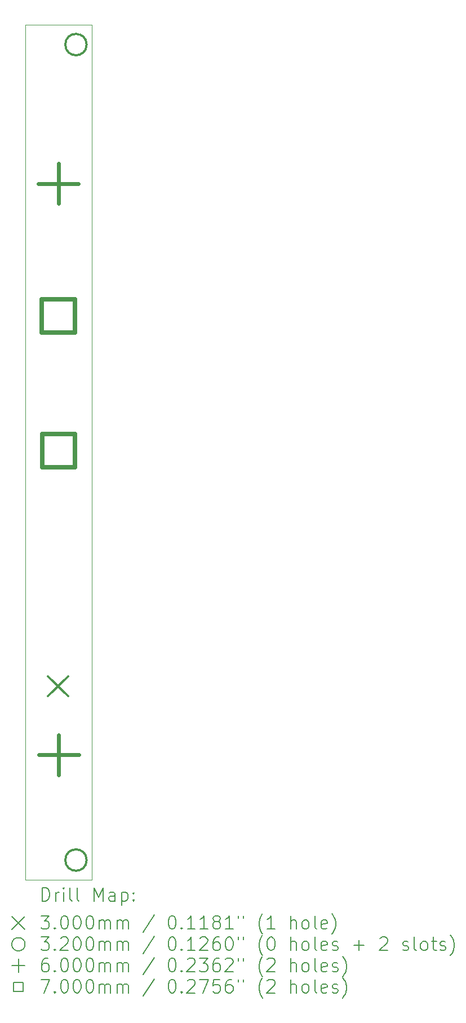
<source format=gbr>
%TF.GenerationSoftware,KiCad,Pcbnew,6.0.11+dfsg-1~bpo11+1*%
%TF.CreationDate,2023-03-01T10:40:06+08:00*%
%TF.ProjectId,MiniLFO v1.0 - Front,4d696e69-4c46-44f2-9076-312e30202d20,rev?*%
%TF.SameCoordinates,Original*%
%TF.FileFunction,Drillmap*%
%TF.FilePolarity,Positive*%
%FSLAX45Y45*%
G04 Gerber Fmt 4.5, Leading zero omitted, Abs format (unit mm)*
G04 Created by KiCad (PCBNEW 6.0.11+dfsg-1~bpo11+1) date 2023-03-01 10:40:06*
%MOMM*%
%LPD*%
G01*
G04 APERTURE LIST*
%ADD10C,0.100000*%
%ADD11C,0.200000*%
%ADD12C,0.300000*%
%ADD13C,0.320000*%
%ADD14C,0.600000*%
%ADD15C,0.700000*%
G04 APERTURE END LIST*
D10*
X14900000Y-4700000D02*
X13900000Y-4700000D01*
X14900000Y-17550000D02*
X14900000Y-4700000D01*
X13900000Y-17550000D02*
X14900000Y-17550000D01*
X13900000Y-4700000D02*
X13900000Y-17550000D01*
D11*
D12*
X14240000Y-14490000D02*
X14540000Y-14790000D01*
X14540000Y-14490000D02*
X14240000Y-14790000D01*
D13*
X14820000Y-5000000D02*
G75*
G03*
X14820000Y-5000000I-160000J0D01*
G01*
D11*
X14500000Y-5000000D02*
X14500000Y-5000000D01*
X14820000Y-5000000D02*
X14820000Y-5000000D01*
X14500000Y-5000000D02*
G75*
G03*
X14820000Y-5000000I160000J0D01*
G01*
X14820000Y-5000000D02*
G75*
G03*
X14500000Y-5000000I-160000J0D01*
G01*
D13*
X14820000Y-17250000D02*
G75*
G03*
X14820000Y-17250000I-160000J0D01*
G01*
D11*
X14500000Y-17250000D02*
X14500000Y-17250000D01*
X14820000Y-17250000D02*
X14820000Y-17250000D01*
X14500000Y-17250000D02*
G75*
G03*
X14820000Y-17250000I160000J0D01*
G01*
X14820000Y-17250000D02*
G75*
G03*
X14500000Y-17250000I-160000J0D01*
G01*
D14*
X14395000Y-6790000D02*
X14395000Y-7390000D01*
X14095000Y-7090000D02*
X14695000Y-7090000D01*
X14400000Y-15370000D02*
X14400000Y-15970000D01*
X14100000Y-15670000D02*
X14700000Y-15670000D01*
D15*
X14642490Y-9322490D02*
X14642490Y-8827510D01*
X14147510Y-8827510D01*
X14147510Y-9322490D01*
X14642490Y-9322490D01*
X14647490Y-11347490D02*
X14647490Y-10852510D01*
X14152510Y-10852510D01*
X14152510Y-11347490D01*
X14647490Y-11347490D01*
D11*
X14152619Y-17865476D02*
X14152619Y-17665476D01*
X14200238Y-17665476D01*
X14228809Y-17675000D01*
X14247857Y-17694048D01*
X14257381Y-17713095D01*
X14266905Y-17751190D01*
X14266905Y-17779762D01*
X14257381Y-17817857D01*
X14247857Y-17836905D01*
X14228809Y-17855952D01*
X14200238Y-17865476D01*
X14152619Y-17865476D01*
X14352619Y-17865476D02*
X14352619Y-17732143D01*
X14352619Y-17770238D02*
X14362143Y-17751190D01*
X14371667Y-17741667D01*
X14390714Y-17732143D01*
X14409762Y-17732143D01*
X14476428Y-17865476D02*
X14476428Y-17732143D01*
X14476428Y-17665476D02*
X14466905Y-17675000D01*
X14476428Y-17684524D01*
X14485952Y-17675000D01*
X14476428Y-17665476D01*
X14476428Y-17684524D01*
X14600238Y-17865476D02*
X14581190Y-17855952D01*
X14571667Y-17836905D01*
X14571667Y-17665476D01*
X14705000Y-17865476D02*
X14685952Y-17855952D01*
X14676428Y-17836905D01*
X14676428Y-17665476D01*
X14933571Y-17865476D02*
X14933571Y-17665476D01*
X15000238Y-17808333D01*
X15066905Y-17665476D01*
X15066905Y-17865476D01*
X15247857Y-17865476D02*
X15247857Y-17760714D01*
X15238333Y-17741667D01*
X15219286Y-17732143D01*
X15181190Y-17732143D01*
X15162143Y-17741667D01*
X15247857Y-17855952D02*
X15228809Y-17865476D01*
X15181190Y-17865476D01*
X15162143Y-17855952D01*
X15152619Y-17836905D01*
X15152619Y-17817857D01*
X15162143Y-17798810D01*
X15181190Y-17789286D01*
X15228809Y-17789286D01*
X15247857Y-17779762D01*
X15343095Y-17732143D02*
X15343095Y-17932143D01*
X15343095Y-17741667D02*
X15362143Y-17732143D01*
X15400238Y-17732143D01*
X15419286Y-17741667D01*
X15428809Y-17751190D01*
X15438333Y-17770238D01*
X15438333Y-17827381D01*
X15428809Y-17846429D01*
X15419286Y-17855952D01*
X15400238Y-17865476D01*
X15362143Y-17865476D01*
X15343095Y-17855952D01*
X15524048Y-17846429D02*
X15533571Y-17855952D01*
X15524048Y-17865476D01*
X15514524Y-17855952D01*
X15524048Y-17846429D01*
X15524048Y-17865476D01*
X15524048Y-17741667D02*
X15533571Y-17751190D01*
X15524048Y-17760714D01*
X15514524Y-17751190D01*
X15524048Y-17741667D01*
X15524048Y-17760714D01*
X13695000Y-18095000D02*
X13895000Y-18295000D01*
X13895000Y-18095000D02*
X13695000Y-18295000D01*
X14133571Y-18085476D02*
X14257381Y-18085476D01*
X14190714Y-18161667D01*
X14219286Y-18161667D01*
X14238333Y-18171190D01*
X14247857Y-18180714D01*
X14257381Y-18199762D01*
X14257381Y-18247381D01*
X14247857Y-18266429D01*
X14238333Y-18275952D01*
X14219286Y-18285476D01*
X14162143Y-18285476D01*
X14143095Y-18275952D01*
X14133571Y-18266429D01*
X14343095Y-18266429D02*
X14352619Y-18275952D01*
X14343095Y-18285476D01*
X14333571Y-18275952D01*
X14343095Y-18266429D01*
X14343095Y-18285476D01*
X14476428Y-18085476D02*
X14495476Y-18085476D01*
X14514524Y-18095000D01*
X14524048Y-18104524D01*
X14533571Y-18123571D01*
X14543095Y-18161667D01*
X14543095Y-18209286D01*
X14533571Y-18247381D01*
X14524048Y-18266429D01*
X14514524Y-18275952D01*
X14495476Y-18285476D01*
X14476428Y-18285476D01*
X14457381Y-18275952D01*
X14447857Y-18266429D01*
X14438333Y-18247381D01*
X14428809Y-18209286D01*
X14428809Y-18161667D01*
X14438333Y-18123571D01*
X14447857Y-18104524D01*
X14457381Y-18095000D01*
X14476428Y-18085476D01*
X14666905Y-18085476D02*
X14685952Y-18085476D01*
X14705000Y-18095000D01*
X14714524Y-18104524D01*
X14724048Y-18123571D01*
X14733571Y-18161667D01*
X14733571Y-18209286D01*
X14724048Y-18247381D01*
X14714524Y-18266429D01*
X14705000Y-18275952D01*
X14685952Y-18285476D01*
X14666905Y-18285476D01*
X14647857Y-18275952D01*
X14638333Y-18266429D01*
X14628809Y-18247381D01*
X14619286Y-18209286D01*
X14619286Y-18161667D01*
X14628809Y-18123571D01*
X14638333Y-18104524D01*
X14647857Y-18095000D01*
X14666905Y-18085476D01*
X14857381Y-18085476D02*
X14876428Y-18085476D01*
X14895476Y-18095000D01*
X14905000Y-18104524D01*
X14914524Y-18123571D01*
X14924048Y-18161667D01*
X14924048Y-18209286D01*
X14914524Y-18247381D01*
X14905000Y-18266429D01*
X14895476Y-18275952D01*
X14876428Y-18285476D01*
X14857381Y-18285476D01*
X14838333Y-18275952D01*
X14828809Y-18266429D01*
X14819286Y-18247381D01*
X14809762Y-18209286D01*
X14809762Y-18161667D01*
X14819286Y-18123571D01*
X14828809Y-18104524D01*
X14838333Y-18095000D01*
X14857381Y-18085476D01*
X15009762Y-18285476D02*
X15009762Y-18152143D01*
X15009762Y-18171190D02*
X15019286Y-18161667D01*
X15038333Y-18152143D01*
X15066905Y-18152143D01*
X15085952Y-18161667D01*
X15095476Y-18180714D01*
X15095476Y-18285476D01*
X15095476Y-18180714D02*
X15105000Y-18161667D01*
X15124048Y-18152143D01*
X15152619Y-18152143D01*
X15171667Y-18161667D01*
X15181190Y-18180714D01*
X15181190Y-18285476D01*
X15276428Y-18285476D02*
X15276428Y-18152143D01*
X15276428Y-18171190D02*
X15285952Y-18161667D01*
X15305000Y-18152143D01*
X15333571Y-18152143D01*
X15352619Y-18161667D01*
X15362143Y-18180714D01*
X15362143Y-18285476D01*
X15362143Y-18180714D02*
X15371667Y-18161667D01*
X15390714Y-18152143D01*
X15419286Y-18152143D01*
X15438333Y-18161667D01*
X15447857Y-18180714D01*
X15447857Y-18285476D01*
X15838333Y-18075952D02*
X15666905Y-18333095D01*
X16095476Y-18085476D02*
X16114524Y-18085476D01*
X16133571Y-18095000D01*
X16143095Y-18104524D01*
X16152619Y-18123571D01*
X16162143Y-18161667D01*
X16162143Y-18209286D01*
X16152619Y-18247381D01*
X16143095Y-18266429D01*
X16133571Y-18275952D01*
X16114524Y-18285476D01*
X16095476Y-18285476D01*
X16076428Y-18275952D01*
X16066905Y-18266429D01*
X16057381Y-18247381D01*
X16047857Y-18209286D01*
X16047857Y-18161667D01*
X16057381Y-18123571D01*
X16066905Y-18104524D01*
X16076428Y-18095000D01*
X16095476Y-18085476D01*
X16247857Y-18266429D02*
X16257381Y-18275952D01*
X16247857Y-18285476D01*
X16238333Y-18275952D01*
X16247857Y-18266429D01*
X16247857Y-18285476D01*
X16447857Y-18285476D02*
X16333571Y-18285476D01*
X16390714Y-18285476D02*
X16390714Y-18085476D01*
X16371667Y-18114048D01*
X16352619Y-18133095D01*
X16333571Y-18142619D01*
X16638333Y-18285476D02*
X16524048Y-18285476D01*
X16581190Y-18285476D02*
X16581190Y-18085476D01*
X16562143Y-18114048D01*
X16543095Y-18133095D01*
X16524048Y-18142619D01*
X16752619Y-18171190D02*
X16733571Y-18161667D01*
X16724048Y-18152143D01*
X16714524Y-18133095D01*
X16714524Y-18123571D01*
X16724048Y-18104524D01*
X16733571Y-18095000D01*
X16752619Y-18085476D01*
X16790714Y-18085476D01*
X16809762Y-18095000D01*
X16819286Y-18104524D01*
X16828810Y-18123571D01*
X16828810Y-18133095D01*
X16819286Y-18152143D01*
X16809762Y-18161667D01*
X16790714Y-18171190D01*
X16752619Y-18171190D01*
X16733571Y-18180714D01*
X16724048Y-18190238D01*
X16714524Y-18209286D01*
X16714524Y-18247381D01*
X16724048Y-18266429D01*
X16733571Y-18275952D01*
X16752619Y-18285476D01*
X16790714Y-18285476D01*
X16809762Y-18275952D01*
X16819286Y-18266429D01*
X16828810Y-18247381D01*
X16828810Y-18209286D01*
X16819286Y-18190238D01*
X16809762Y-18180714D01*
X16790714Y-18171190D01*
X17019286Y-18285476D02*
X16905000Y-18285476D01*
X16962143Y-18285476D02*
X16962143Y-18085476D01*
X16943095Y-18114048D01*
X16924048Y-18133095D01*
X16905000Y-18142619D01*
X17095476Y-18085476D02*
X17095476Y-18123571D01*
X17171667Y-18085476D02*
X17171667Y-18123571D01*
X17466905Y-18361667D02*
X17457381Y-18352143D01*
X17438333Y-18323571D01*
X17428810Y-18304524D01*
X17419286Y-18275952D01*
X17409762Y-18228333D01*
X17409762Y-18190238D01*
X17419286Y-18142619D01*
X17428810Y-18114048D01*
X17438333Y-18095000D01*
X17457381Y-18066429D01*
X17466905Y-18056905D01*
X17647857Y-18285476D02*
X17533571Y-18285476D01*
X17590714Y-18285476D02*
X17590714Y-18085476D01*
X17571667Y-18114048D01*
X17552619Y-18133095D01*
X17533571Y-18142619D01*
X17885952Y-18285476D02*
X17885952Y-18085476D01*
X17971667Y-18285476D02*
X17971667Y-18180714D01*
X17962143Y-18161667D01*
X17943095Y-18152143D01*
X17914524Y-18152143D01*
X17895476Y-18161667D01*
X17885952Y-18171190D01*
X18095476Y-18285476D02*
X18076429Y-18275952D01*
X18066905Y-18266429D01*
X18057381Y-18247381D01*
X18057381Y-18190238D01*
X18066905Y-18171190D01*
X18076429Y-18161667D01*
X18095476Y-18152143D01*
X18124048Y-18152143D01*
X18143095Y-18161667D01*
X18152619Y-18171190D01*
X18162143Y-18190238D01*
X18162143Y-18247381D01*
X18152619Y-18266429D01*
X18143095Y-18275952D01*
X18124048Y-18285476D01*
X18095476Y-18285476D01*
X18276429Y-18285476D02*
X18257381Y-18275952D01*
X18247857Y-18256905D01*
X18247857Y-18085476D01*
X18428810Y-18275952D02*
X18409762Y-18285476D01*
X18371667Y-18285476D01*
X18352619Y-18275952D01*
X18343095Y-18256905D01*
X18343095Y-18180714D01*
X18352619Y-18161667D01*
X18371667Y-18152143D01*
X18409762Y-18152143D01*
X18428810Y-18161667D01*
X18438333Y-18180714D01*
X18438333Y-18199762D01*
X18343095Y-18218810D01*
X18505000Y-18361667D02*
X18514524Y-18352143D01*
X18533571Y-18323571D01*
X18543095Y-18304524D01*
X18552619Y-18275952D01*
X18562143Y-18228333D01*
X18562143Y-18190238D01*
X18552619Y-18142619D01*
X18543095Y-18114048D01*
X18533571Y-18095000D01*
X18514524Y-18066429D01*
X18505000Y-18056905D01*
X13895000Y-18515000D02*
G75*
G03*
X13895000Y-18515000I-100000J0D01*
G01*
X14133571Y-18405476D02*
X14257381Y-18405476D01*
X14190714Y-18481667D01*
X14219286Y-18481667D01*
X14238333Y-18491190D01*
X14247857Y-18500714D01*
X14257381Y-18519762D01*
X14257381Y-18567381D01*
X14247857Y-18586429D01*
X14238333Y-18595952D01*
X14219286Y-18605476D01*
X14162143Y-18605476D01*
X14143095Y-18595952D01*
X14133571Y-18586429D01*
X14343095Y-18586429D02*
X14352619Y-18595952D01*
X14343095Y-18605476D01*
X14333571Y-18595952D01*
X14343095Y-18586429D01*
X14343095Y-18605476D01*
X14428809Y-18424524D02*
X14438333Y-18415000D01*
X14457381Y-18405476D01*
X14505000Y-18405476D01*
X14524048Y-18415000D01*
X14533571Y-18424524D01*
X14543095Y-18443571D01*
X14543095Y-18462619D01*
X14533571Y-18491190D01*
X14419286Y-18605476D01*
X14543095Y-18605476D01*
X14666905Y-18405476D02*
X14685952Y-18405476D01*
X14705000Y-18415000D01*
X14714524Y-18424524D01*
X14724048Y-18443571D01*
X14733571Y-18481667D01*
X14733571Y-18529286D01*
X14724048Y-18567381D01*
X14714524Y-18586429D01*
X14705000Y-18595952D01*
X14685952Y-18605476D01*
X14666905Y-18605476D01*
X14647857Y-18595952D01*
X14638333Y-18586429D01*
X14628809Y-18567381D01*
X14619286Y-18529286D01*
X14619286Y-18481667D01*
X14628809Y-18443571D01*
X14638333Y-18424524D01*
X14647857Y-18415000D01*
X14666905Y-18405476D01*
X14857381Y-18405476D02*
X14876428Y-18405476D01*
X14895476Y-18415000D01*
X14905000Y-18424524D01*
X14914524Y-18443571D01*
X14924048Y-18481667D01*
X14924048Y-18529286D01*
X14914524Y-18567381D01*
X14905000Y-18586429D01*
X14895476Y-18595952D01*
X14876428Y-18605476D01*
X14857381Y-18605476D01*
X14838333Y-18595952D01*
X14828809Y-18586429D01*
X14819286Y-18567381D01*
X14809762Y-18529286D01*
X14809762Y-18481667D01*
X14819286Y-18443571D01*
X14828809Y-18424524D01*
X14838333Y-18415000D01*
X14857381Y-18405476D01*
X15009762Y-18605476D02*
X15009762Y-18472143D01*
X15009762Y-18491190D02*
X15019286Y-18481667D01*
X15038333Y-18472143D01*
X15066905Y-18472143D01*
X15085952Y-18481667D01*
X15095476Y-18500714D01*
X15095476Y-18605476D01*
X15095476Y-18500714D02*
X15105000Y-18481667D01*
X15124048Y-18472143D01*
X15152619Y-18472143D01*
X15171667Y-18481667D01*
X15181190Y-18500714D01*
X15181190Y-18605476D01*
X15276428Y-18605476D02*
X15276428Y-18472143D01*
X15276428Y-18491190D02*
X15285952Y-18481667D01*
X15305000Y-18472143D01*
X15333571Y-18472143D01*
X15352619Y-18481667D01*
X15362143Y-18500714D01*
X15362143Y-18605476D01*
X15362143Y-18500714D02*
X15371667Y-18481667D01*
X15390714Y-18472143D01*
X15419286Y-18472143D01*
X15438333Y-18481667D01*
X15447857Y-18500714D01*
X15447857Y-18605476D01*
X15838333Y-18395952D02*
X15666905Y-18653095D01*
X16095476Y-18405476D02*
X16114524Y-18405476D01*
X16133571Y-18415000D01*
X16143095Y-18424524D01*
X16152619Y-18443571D01*
X16162143Y-18481667D01*
X16162143Y-18529286D01*
X16152619Y-18567381D01*
X16143095Y-18586429D01*
X16133571Y-18595952D01*
X16114524Y-18605476D01*
X16095476Y-18605476D01*
X16076428Y-18595952D01*
X16066905Y-18586429D01*
X16057381Y-18567381D01*
X16047857Y-18529286D01*
X16047857Y-18481667D01*
X16057381Y-18443571D01*
X16066905Y-18424524D01*
X16076428Y-18415000D01*
X16095476Y-18405476D01*
X16247857Y-18586429D02*
X16257381Y-18595952D01*
X16247857Y-18605476D01*
X16238333Y-18595952D01*
X16247857Y-18586429D01*
X16247857Y-18605476D01*
X16447857Y-18605476D02*
X16333571Y-18605476D01*
X16390714Y-18605476D02*
X16390714Y-18405476D01*
X16371667Y-18434048D01*
X16352619Y-18453095D01*
X16333571Y-18462619D01*
X16524048Y-18424524D02*
X16533571Y-18415000D01*
X16552619Y-18405476D01*
X16600238Y-18405476D01*
X16619286Y-18415000D01*
X16628809Y-18424524D01*
X16638333Y-18443571D01*
X16638333Y-18462619D01*
X16628809Y-18491190D01*
X16514524Y-18605476D01*
X16638333Y-18605476D01*
X16809762Y-18405476D02*
X16771667Y-18405476D01*
X16752619Y-18415000D01*
X16743095Y-18424524D01*
X16724048Y-18453095D01*
X16714524Y-18491190D01*
X16714524Y-18567381D01*
X16724048Y-18586429D01*
X16733571Y-18595952D01*
X16752619Y-18605476D01*
X16790714Y-18605476D01*
X16809762Y-18595952D01*
X16819286Y-18586429D01*
X16828810Y-18567381D01*
X16828810Y-18519762D01*
X16819286Y-18500714D01*
X16809762Y-18491190D01*
X16790714Y-18481667D01*
X16752619Y-18481667D01*
X16733571Y-18491190D01*
X16724048Y-18500714D01*
X16714524Y-18519762D01*
X16952619Y-18405476D02*
X16971667Y-18405476D01*
X16990714Y-18415000D01*
X17000238Y-18424524D01*
X17009762Y-18443571D01*
X17019286Y-18481667D01*
X17019286Y-18529286D01*
X17009762Y-18567381D01*
X17000238Y-18586429D01*
X16990714Y-18595952D01*
X16971667Y-18605476D01*
X16952619Y-18605476D01*
X16933571Y-18595952D01*
X16924048Y-18586429D01*
X16914524Y-18567381D01*
X16905000Y-18529286D01*
X16905000Y-18481667D01*
X16914524Y-18443571D01*
X16924048Y-18424524D01*
X16933571Y-18415000D01*
X16952619Y-18405476D01*
X17095476Y-18405476D02*
X17095476Y-18443571D01*
X17171667Y-18405476D02*
X17171667Y-18443571D01*
X17466905Y-18681667D02*
X17457381Y-18672143D01*
X17438333Y-18643571D01*
X17428810Y-18624524D01*
X17419286Y-18595952D01*
X17409762Y-18548333D01*
X17409762Y-18510238D01*
X17419286Y-18462619D01*
X17428810Y-18434048D01*
X17438333Y-18415000D01*
X17457381Y-18386429D01*
X17466905Y-18376905D01*
X17581190Y-18405476D02*
X17600238Y-18405476D01*
X17619286Y-18415000D01*
X17628810Y-18424524D01*
X17638333Y-18443571D01*
X17647857Y-18481667D01*
X17647857Y-18529286D01*
X17638333Y-18567381D01*
X17628810Y-18586429D01*
X17619286Y-18595952D01*
X17600238Y-18605476D01*
X17581190Y-18605476D01*
X17562143Y-18595952D01*
X17552619Y-18586429D01*
X17543095Y-18567381D01*
X17533571Y-18529286D01*
X17533571Y-18481667D01*
X17543095Y-18443571D01*
X17552619Y-18424524D01*
X17562143Y-18415000D01*
X17581190Y-18405476D01*
X17885952Y-18605476D02*
X17885952Y-18405476D01*
X17971667Y-18605476D02*
X17971667Y-18500714D01*
X17962143Y-18481667D01*
X17943095Y-18472143D01*
X17914524Y-18472143D01*
X17895476Y-18481667D01*
X17885952Y-18491190D01*
X18095476Y-18605476D02*
X18076429Y-18595952D01*
X18066905Y-18586429D01*
X18057381Y-18567381D01*
X18057381Y-18510238D01*
X18066905Y-18491190D01*
X18076429Y-18481667D01*
X18095476Y-18472143D01*
X18124048Y-18472143D01*
X18143095Y-18481667D01*
X18152619Y-18491190D01*
X18162143Y-18510238D01*
X18162143Y-18567381D01*
X18152619Y-18586429D01*
X18143095Y-18595952D01*
X18124048Y-18605476D01*
X18095476Y-18605476D01*
X18276429Y-18605476D02*
X18257381Y-18595952D01*
X18247857Y-18576905D01*
X18247857Y-18405476D01*
X18428810Y-18595952D02*
X18409762Y-18605476D01*
X18371667Y-18605476D01*
X18352619Y-18595952D01*
X18343095Y-18576905D01*
X18343095Y-18500714D01*
X18352619Y-18481667D01*
X18371667Y-18472143D01*
X18409762Y-18472143D01*
X18428810Y-18481667D01*
X18438333Y-18500714D01*
X18438333Y-18519762D01*
X18343095Y-18538810D01*
X18514524Y-18595952D02*
X18533571Y-18605476D01*
X18571667Y-18605476D01*
X18590714Y-18595952D01*
X18600238Y-18576905D01*
X18600238Y-18567381D01*
X18590714Y-18548333D01*
X18571667Y-18538810D01*
X18543095Y-18538810D01*
X18524048Y-18529286D01*
X18514524Y-18510238D01*
X18514524Y-18500714D01*
X18524048Y-18481667D01*
X18543095Y-18472143D01*
X18571667Y-18472143D01*
X18590714Y-18481667D01*
X18838333Y-18529286D02*
X18990714Y-18529286D01*
X18914524Y-18605476D02*
X18914524Y-18453095D01*
X19228810Y-18424524D02*
X19238333Y-18415000D01*
X19257381Y-18405476D01*
X19305000Y-18405476D01*
X19324048Y-18415000D01*
X19333571Y-18424524D01*
X19343095Y-18443571D01*
X19343095Y-18462619D01*
X19333571Y-18491190D01*
X19219286Y-18605476D01*
X19343095Y-18605476D01*
X19571667Y-18595952D02*
X19590714Y-18605476D01*
X19628810Y-18605476D01*
X19647857Y-18595952D01*
X19657381Y-18576905D01*
X19657381Y-18567381D01*
X19647857Y-18548333D01*
X19628810Y-18538810D01*
X19600238Y-18538810D01*
X19581190Y-18529286D01*
X19571667Y-18510238D01*
X19571667Y-18500714D01*
X19581190Y-18481667D01*
X19600238Y-18472143D01*
X19628810Y-18472143D01*
X19647857Y-18481667D01*
X19771667Y-18605476D02*
X19752619Y-18595952D01*
X19743095Y-18576905D01*
X19743095Y-18405476D01*
X19876429Y-18605476D02*
X19857381Y-18595952D01*
X19847857Y-18586429D01*
X19838333Y-18567381D01*
X19838333Y-18510238D01*
X19847857Y-18491190D01*
X19857381Y-18481667D01*
X19876429Y-18472143D01*
X19905000Y-18472143D01*
X19924048Y-18481667D01*
X19933571Y-18491190D01*
X19943095Y-18510238D01*
X19943095Y-18567381D01*
X19933571Y-18586429D01*
X19924048Y-18595952D01*
X19905000Y-18605476D01*
X19876429Y-18605476D01*
X20000238Y-18472143D02*
X20076429Y-18472143D01*
X20028810Y-18405476D02*
X20028810Y-18576905D01*
X20038333Y-18595952D01*
X20057381Y-18605476D01*
X20076429Y-18605476D01*
X20133571Y-18595952D02*
X20152619Y-18605476D01*
X20190714Y-18605476D01*
X20209762Y-18595952D01*
X20219286Y-18576905D01*
X20219286Y-18567381D01*
X20209762Y-18548333D01*
X20190714Y-18538810D01*
X20162143Y-18538810D01*
X20143095Y-18529286D01*
X20133571Y-18510238D01*
X20133571Y-18500714D01*
X20143095Y-18481667D01*
X20162143Y-18472143D01*
X20190714Y-18472143D01*
X20209762Y-18481667D01*
X20285952Y-18681667D02*
X20295476Y-18672143D01*
X20314524Y-18643571D01*
X20324048Y-18624524D01*
X20333571Y-18595952D01*
X20343095Y-18548333D01*
X20343095Y-18510238D01*
X20333571Y-18462619D01*
X20324048Y-18434048D01*
X20314524Y-18415000D01*
X20295476Y-18386429D01*
X20285952Y-18376905D01*
X13795000Y-18735000D02*
X13795000Y-18935000D01*
X13695000Y-18835000D02*
X13895000Y-18835000D01*
X14238333Y-18725476D02*
X14200238Y-18725476D01*
X14181190Y-18735000D01*
X14171667Y-18744524D01*
X14152619Y-18773095D01*
X14143095Y-18811190D01*
X14143095Y-18887381D01*
X14152619Y-18906429D01*
X14162143Y-18915952D01*
X14181190Y-18925476D01*
X14219286Y-18925476D01*
X14238333Y-18915952D01*
X14247857Y-18906429D01*
X14257381Y-18887381D01*
X14257381Y-18839762D01*
X14247857Y-18820714D01*
X14238333Y-18811190D01*
X14219286Y-18801667D01*
X14181190Y-18801667D01*
X14162143Y-18811190D01*
X14152619Y-18820714D01*
X14143095Y-18839762D01*
X14343095Y-18906429D02*
X14352619Y-18915952D01*
X14343095Y-18925476D01*
X14333571Y-18915952D01*
X14343095Y-18906429D01*
X14343095Y-18925476D01*
X14476428Y-18725476D02*
X14495476Y-18725476D01*
X14514524Y-18735000D01*
X14524048Y-18744524D01*
X14533571Y-18763571D01*
X14543095Y-18801667D01*
X14543095Y-18849286D01*
X14533571Y-18887381D01*
X14524048Y-18906429D01*
X14514524Y-18915952D01*
X14495476Y-18925476D01*
X14476428Y-18925476D01*
X14457381Y-18915952D01*
X14447857Y-18906429D01*
X14438333Y-18887381D01*
X14428809Y-18849286D01*
X14428809Y-18801667D01*
X14438333Y-18763571D01*
X14447857Y-18744524D01*
X14457381Y-18735000D01*
X14476428Y-18725476D01*
X14666905Y-18725476D02*
X14685952Y-18725476D01*
X14705000Y-18735000D01*
X14714524Y-18744524D01*
X14724048Y-18763571D01*
X14733571Y-18801667D01*
X14733571Y-18849286D01*
X14724048Y-18887381D01*
X14714524Y-18906429D01*
X14705000Y-18915952D01*
X14685952Y-18925476D01*
X14666905Y-18925476D01*
X14647857Y-18915952D01*
X14638333Y-18906429D01*
X14628809Y-18887381D01*
X14619286Y-18849286D01*
X14619286Y-18801667D01*
X14628809Y-18763571D01*
X14638333Y-18744524D01*
X14647857Y-18735000D01*
X14666905Y-18725476D01*
X14857381Y-18725476D02*
X14876428Y-18725476D01*
X14895476Y-18735000D01*
X14905000Y-18744524D01*
X14914524Y-18763571D01*
X14924048Y-18801667D01*
X14924048Y-18849286D01*
X14914524Y-18887381D01*
X14905000Y-18906429D01*
X14895476Y-18915952D01*
X14876428Y-18925476D01*
X14857381Y-18925476D01*
X14838333Y-18915952D01*
X14828809Y-18906429D01*
X14819286Y-18887381D01*
X14809762Y-18849286D01*
X14809762Y-18801667D01*
X14819286Y-18763571D01*
X14828809Y-18744524D01*
X14838333Y-18735000D01*
X14857381Y-18725476D01*
X15009762Y-18925476D02*
X15009762Y-18792143D01*
X15009762Y-18811190D02*
X15019286Y-18801667D01*
X15038333Y-18792143D01*
X15066905Y-18792143D01*
X15085952Y-18801667D01*
X15095476Y-18820714D01*
X15095476Y-18925476D01*
X15095476Y-18820714D02*
X15105000Y-18801667D01*
X15124048Y-18792143D01*
X15152619Y-18792143D01*
X15171667Y-18801667D01*
X15181190Y-18820714D01*
X15181190Y-18925476D01*
X15276428Y-18925476D02*
X15276428Y-18792143D01*
X15276428Y-18811190D02*
X15285952Y-18801667D01*
X15305000Y-18792143D01*
X15333571Y-18792143D01*
X15352619Y-18801667D01*
X15362143Y-18820714D01*
X15362143Y-18925476D01*
X15362143Y-18820714D02*
X15371667Y-18801667D01*
X15390714Y-18792143D01*
X15419286Y-18792143D01*
X15438333Y-18801667D01*
X15447857Y-18820714D01*
X15447857Y-18925476D01*
X15838333Y-18715952D02*
X15666905Y-18973095D01*
X16095476Y-18725476D02*
X16114524Y-18725476D01*
X16133571Y-18735000D01*
X16143095Y-18744524D01*
X16152619Y-18763571D01*
X16162143Y-18801667D01*
X16162143Y-18849286D01*
X16152619Y-18887381D01*
X16143095Y-18906429D01*
X16133571Y-18915952D01*
X16114524Y-18925476D01*
X16095476Y-18925476D01*
X16076428Y-18915952D01*
X16066905Y-18906429D01*
X16057381Y-18887381D01*
X16047857Y-18849286D01*
X16047857Y-18801667D01*
X16057381Y-18763571D01*
X16066905Y-18744524D01*
X16076428Y-18735000D01*
X16095476Y-18725476D01*
X16247857Y-18906429D02*
X16257381Y-18915952D01*
X16247857Y-18925476D01*
X16238333Y-18915952D01*
X16247857Y-18906429D01*
X16247857Y-18925476D01*
X16333571Y-18744524D02*
X16343095Y-18735000D01*
X16362143Y-18725476D01*
X16409762Y-18725476D01*
X16428809Y-18735000D01*
X16438333Y-18744524D01*
X16447857Y-18763571D01*
X16447857Y-18782619D01*
X16438333Y-18811190D01*
X16324048Y-18925476D01*
X16447857Y-18925476D01*
X16514524Y-18725476D02*
X16638333Y-18725476D01*
X16571667Y-18801667D01*
X16600238Y-18801667D01*
X16619286Y-18811190D01*
X16628809Y-18820714D01*
X16638333Y-18839762D01*
X16638333Y-18887381D01*
X16628809Y-18906429D01*
X16619286Y-18915952D01*
X16600238Y-18925476D01*
X16543095Y-18925476D01*
X16524048Y-18915952D01*
X16514524Y-18906429D01*
X16809762Y-18725476D02*
X16771667Y-18725476D01*
X16752619Y-18735000D01*
X16743095Y-18744524D01*
X16724048Y-18773095D01*
X16714524Y-18811190D01*
X16714524Y-18887381D01*
X16724048Y-18906429D01*
X16733571Y-18915952D01*
X16752619Y-18925476D01*
X16790714Y-18925476D01*
X16809762Y-18915952D01*
X16819286Y-18906429D01*
X16828810Y-18887381D01*
X16828810Y-18839762D01*
X16819286Y-18820714D01*
X16809762Y-18811190D01*
X16790714Y-18801667D01*
X16752619Y-18801667D01*
X16733571Y-18811190D01*
X16724048Y-18820714D01*
X16714524Y-18839762D01*
X16905000Y-18744524D02*
X16914524Y-18735000D01*
X16933571Y-18725476D01*
X16981190Y-18725476D01*
X17000238Y-18735000D01*
X17009762Y-18744524D01*
X17019286Y-18763571D01*
X17019286Y-18782619D01*
X17009762Y-18811190D01*
X16895476Y-18925476D01*
X17019286Y-18925476D01*
X17095476Y-18725476D02*
X17095476Y-18763571D01*
X17171667Y-18725476D02*
X17171667Y-18763571D01*
X17466905Y-19001667D02*
X17457381Y-18992143D01*
X17438333Y-18963571D01*
X17428810Y-18944524D01*
X17419286Y-18915952D01*
X17409762Y-18868333D01*
X17409762Y-18830238D01*
X17419286Y-18782619D01*
X17428810Y-18754048D01*
X17438333Y-18735000D01*
X17457381Y-18706429D01*
X17466905Y-18696905D01*
X17533571Y-18744524D02*
X17543095Y-18735000D01*
X17562143Y-18725476D01*
X17609762Y-18725476D01*
X17628810Y-18735000D01*
X17638333Y-18744524D01*
X17647857Y-18763571D01*
X17647857Y-18782619D01*
X17638333Y-18811190D01*
X17524048Y-18925476D01*
X17647857Y-18925476D01*
X17885952Y-18925476D02*
X17885952Y-18725476D01*
X17971667Y-18925476D02*
X17971667Y-18820714D01*
X17962143Y-18801667D01*
X17943095Y-18792143D01*
X17914524Y-18792143D01*
X17895476Y-18801667D01*
X17885952Y-18811190D01*
X18095476Y-18925476D02*
X18076429Y-18915952D01*
X18066905Y-18906429D01*
X18057381Y-18887381D01*
X18057381Y-18830238D01*
X18066905Y-18811190D01*
X18076429Y-18801667D01*
X18095476Y-18792143D01*
X18124048Y-18792143D01*
X18143095Y-18801667D01*
X18152619Y-18811190D01*
X18162143Y-18830238D01*
X18162143Y-18887381D01*
X18152619Y-18906429D01*
X18143095Y-18915952D01*
X18124048Y-18925476D01*
X18095476Y-18925476D01*
X18276429Y-18925476D02*
X18257381Y-18915952D01*
X18247857Y-18896905D01*
X18247857Y-18725476D01*
X18428810Y-18915952D02*
X18409762Y-18925476D01*
X18371667Y-18925476D01*
X18352619Y-18915952D01*
X18343095Y-18896905D01*
X18343095Y-18820714D01*
X18352619Y-18801667D01*
X18371667Y-18792143D01*
X18409762Y-18792143D01*
X18428810Y-18801667D01*
X18438333Y-18820714D01*
X18438333Y-18839762D01*
X18343095Y-18858810D01*
X18514524Y-18915952D02*
X18533571Y-18925476D01*
X18571667Y-18925476D01*
X18590714Y-18915952D01*
X18600238Y-18896905D01*
X18600238Y-18887381D01*
X18590714Y-18868333D01*
X18571667Y-18858810D01*
X18543095Y-18858810D01*
X18524048Y-18849286D01*
X18514524Y-18830238D01*
X18514524Y-18820714D01*
X18524048Y-18801667D01*
X18543095Y-18792143D01*
X18571667Y-18792143D01*
X18590714Y-18801667D01*
X18666905Y-19001667D02*
X18676429Y-18992143D01*
X18695476Y-18963571D01*
X18705000Y-18944524D01*
X18714524Y-18915952D01*
X18724048Y-18868333D01*
X18724048Y-18830238D01*
X18714524Y-18782619D01*
X18705000Y-18754048D01*
X18695476Y-18735000D01*
X18676429Y-18706429D01*
X18666905Y-18696905D01*
X13865711Y-19225711D02*
X13865711Y-19084289D01*
X13724289Y-19084289D01*
X13724289Y-19225711D01*
X13865711Y-19225711D01*
X14133571Y-19045476D02*
X14266905Y-19045476D01*
X14181190Y-19245476D01*
X14343095Y-19226429D02*
X14352619Y-19235952D01*
X14343095Y-19245476D01*
X14333571Y-19235952D01*
X14343095Y-19226429D01*
X14343095Y-19245476D01*
X14476428Y-19045476D02*
X14495476Y-19045476D01*
X14514524Y-19055000D01*
X14524048Y-19064524D01*
X14533571Y-19083571D01*
X14543095Y-19121667D01*
X14543095Y-19169286D01*
X14533571Y-19207381D01*
X14524048Y-19226429D01*
X14514524Y-19235952D01*
X14495476Y-19245476D01*
X14476428Y-19245476D01*
X14457381Y-19235952D01*
X14447857Y-19226429D01*
X14438333Y-19207381D01*
X14428809Y-19169286D01*
X14428809Y-19121667D01*
X14438333Y-19083571D01*
X14447857Y-19064524D01*
X14457381Y-19055000D01*
X14476428Y-19045476D01*
X14666905Y-19045476D02*
X14685952Y-19045476D01*
X14705000Y-19055000D01*
X14714524Y-19064524D01*
X14724048Y-19083571D01*
X14733571Y-19121667D01*
X14733571Y-19169286D01*
X14724048Y-19207381D01*
X14714524Y-19226429D01*
X14705000Y-19235952D01*
X14685952Y-19245476D01*
X14666905Y-19245476D01*
X14647857Y-19235952D01*
X14638333Y-19226429D01*
X14628809Y-19207381D01*
X14619286Y-19169286D01*
X14619286Y-19121667D01*
X14628809Y-19083571D01*
X14638333Y-19064524D01*
X14647857Y-19055000D01*
X14666905Y-19045476D01*
X14857381Y-19045476D02*
X14876428Y-19045476D01*
X14895476Y-19055000D01*
X14905000Y-19064524D01*
X14914524Y-19083571D01*
X14924048Y-19121667D01*
X14924048Y-19169286D01*
X14914524Y-19207381D01*
X14905000Y-19226429D01*
X14895476Y-19235952D01*
X14876428Y-19245476D01*
X14857381Y-19245476D01*
X14838333Y-19235952D01*
X14828809Y-19226429D01*
X14819286Y-19207381D01*
X14809762Y-19169286D01*
X14809762Y-19121667D01*
X14819286Y-19083571D01*
X14828809Y-19064524D01*
X14838333Y-19055000D01*
X14857381Y-19045476D01*
X15009762Y-19245476D02*
X15009762Y-19112143D01*
X15009762Y-19131190D02*
X15019286Y-19121667D01*
X15038333Y-19112143D01*
X15066905Y-19112143D01*
X15085952Y-19121667D01*
X15095476Y-19140714D01*
X15095476Y-19245476D01*
X15095476Y-19140714D02*
X15105000Y-19121667D01*
X15124048Y-19112143D01*
X15152619Y-19112143D01*
X15171667Y-19121667D01*
X15181190Y-19140714D01*
X15181190Y-19245476D01*
X15276428Y-19245476D02*
X15276428Y-19112143D01*
X15276428Y-19131190D02*
X15285952Y-19121667D01*
X15305000Y-19112143D01*
X15333571Y-19112143D01*
X15352619Y-19121667D01*
X15362143Y-19140714D01*
X15362143Y-19245476D01*
X15362143Y-19140714D02*
X15371667Y-19121667D01*
X15390714Y-19112143D01*
X15419286Y-19112143D01*
X15438333Y-19121667D01*
X15447857Y-19140714D01*
X15447857Y-19245476D01*
X15838333Y-19035952D02*
X15666905Y-19293095D01*
X16095476Y-19045476D02*
X16114524Y-19045476D01*
X16133571Y-19055000D01*
X16143095Y-19064524D01*
X16152619Y-19083571D01*
X16162143Y-19121667D01*
X16162143Y-19169286D01*
X16152619Y-19207381D01*
X16143095Y-19226429D01*
X16133571Y-19235952D01*
X16114524Y-19245476D01*
X16095476Y-19245476D01*
X16076428Y-19235952D01*
X16066905Y-19226429D01*
X16057381Y-19207381D01*
X16047857Y-19169286D01*
X16047857Y-19121667D01*
X16057381Y-19083571D01*
X16066905Y-19064524D01*
X16076428Y-19055000D01*
X16095476Y-19045476D01*
X16247857Y-19226429D02*
X16257381Y-19235952D01*
X16247857Y-19245476D01*
X16238333Y-19235952D01*
X16247857Y-19226429D01*
X16247857Y-19245476D01*
X16333571Y-19064524D02*
X16343095Y-19055000D01*
X16362143Y-19045476D01*
X16409762Y-19045476D01*
X16428809Y-19055000D01*
X16438333Y-19064524D01*
X16447857Y-19083571D01*
X16447857Y-19102619D01*
X16438333Y-19131190D01*
X16324048Y-19245476D01*
X16447857Y-19245476D01*
X16514524Y-19045476D02*
X16647857Y-19045476D01*
X16562143Y-19245476D01*
X16819286Y-19045476D02*
X16724048Y-19045476D01*
X16714524Y-19140714D01*
X16724048Y-19131190D01*
X16743095Y-19121667D01*
X16790714Y-19121667D01*
X16809762Y-19131190D01*
X16819286Y-19140714D01*
X16828810Y-19159762D01*
X16828810Y-19207381D01*
X16819286Y-19226429D01*
X16809762Y-19235952D01*
X16790714Y-19245476D01*
X16743095Y-19245476D01*
X16724048Y-19235952D01*
X16714524Y-19226429D01*
X17000238Y-19045476D02*
X16962143Y-19045476D01*
X16943095Y-19055000D01*
X16933571Y-19064524D01*
X16914524Y-19093095D01*
X16905000Y-19131190D01*
X16905000Y-19207381D01*
X16914524Y-19226429D01*
X16924048Y-19235952D01*
X16943095Y-19245476D01*
X16981190Y-19245476D01*
X17000238Y-19235952D01*
X17009762Y-19226429D01*
X17019286Y-19207381D01*
X17019286Y-19159762D01*
X17009762Y-19140714D01*
X17000238Y-19131190D01*
X16981190Y-19121667D01*
X16943095Y-19121667D01*
X16924048Y-19131190D01*
X16914524Y-19140714D01*
X16905000Y-19159762D01*
X17095476Y-19045476D02*
X17095476Y-19083571D01*
X17171667Y-19045476D02*
X17171667Y-19083571D01*
X17466905Y-19321667D02*
X17457381Y-19312143D01*
X17438333Y-19283571D01*
X17428810Y-19264524D01*
X17419286Y-19235952D01*
X17409762Y-19188333D01*
X17409762Y-19150238D01*
X17419286Y-19102619D01*
X17428810Y-19074048D01*
X17438333Y-19055000D01*
X17457381Y-19026429D01*
X17466905Y-19016905D01*
X17533571Y-19064524D02*
X17543095Y-19055000D01*
X17562143Y-19045476D01*
X17609762Y-19045476D01*
X17628810Y-19055000D01*
X17638333Y-19064524D01*
X17647857Y-19083571D01*
X17647857Y-19102619D01*
X17638333Y-19131190D01*
X17524048Y-19245476D01*
X17647857Y-19245476D01*
X17885952Y-19245476D02*
X17885952Y-19045476D01*
X17971667Y-19245476D02*
X17971667Y-19140714D01*
X17962143Y-19121667D01*
X17943095Y-19112143D01*
X17914524Y-19112143D01*
X17895476Y-19121667D01*
X17885952Y-19131190D01*
X18095476Y-19245476D02*
X18076429Y-19235952D01*
X18066905Y-19226429D01*
X18057381Y-19207381D01*
X18057381Y-19150238D01*
X18066905Y-19131190D01*
X18076429Y-19121667D01*
X18095476Y-19112143D01*
X18124048Y-19112143D01*
X18143095Y-19121667D01*
X18152619Y-19131190D01*
X18162143Y-19150238D01*
X18162143Y-19207381D01*
X18152619Y-19226429D01*
X18143095Y-19235952D01*
X18124048Y-19245476D01*
X18095476Y-19245476D01*
X18276429Y-19245476D02*
X18257381Y-19235952D01*
X18247857Y-19216905D01*
X18247857Y-19045476D01*
X18428810Y-19235952D02*
X18409762Y-19245476D01*
X18371667Y-19245476D01*
X18352619Y-19235952D01*
X18343095Y-19216905D01*
X18343095Y-19140714D01*
X18352619Y-19121667D01*
X18371667Y-19112143D01*
X18409762Y-19112143D01*
X18428810Y-19121667D01*
X18438333Y-19140714D01*
X18438333Y-19159762D01*
X18343095Y-19178810D01*
X18514524Y-19235952D02*
X18533571Y-19245476D01*
X18571667Y-19245476D01*
X18590714Y-19235952D01*
X18600238Y-19216905D01*
X18600238Y-19207381D01*
X18590714Y-19188333D01*
X18571667Y-19178810D01*
X18543095Y-19178810D01*
X18524048Y-19169286D01*
X18514524Y-19150238D01*
X18514524Y-19140714D01*
X18524048Y-19121667D01*
X18543095Y-19112143D01*
X18571667Y-19112143D01*
X18590714Y-19121667D01*
X18666905Y-19321667D02*
X18676429Y-19312143D01*
X18695476Y-19283571D01*
X18705000Y-19264524D01*
X18714524Y-19235952D01*
X18724048Y-19188333D01*
X18724048Y-19150238D01*
X18714524Y-19102619D01*
X18705000Y-19074048D01*
X18695476Y-19055000D01*
X18676429Y-19026429D01*
X18666905Y-19016905D01*
M02*

</source>
